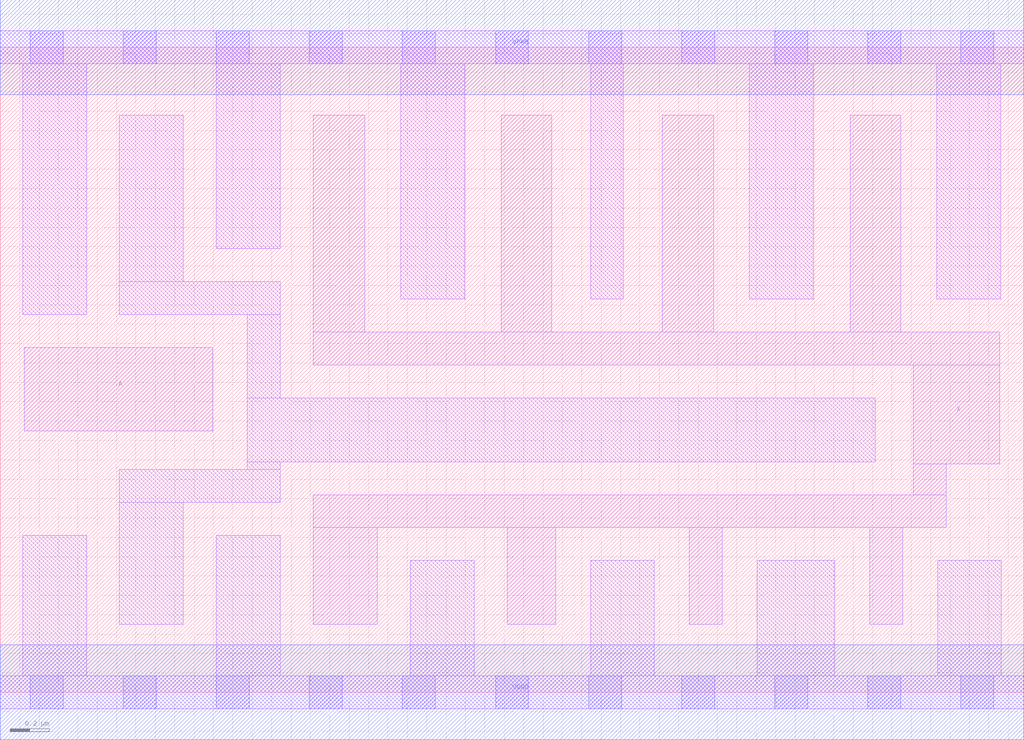
<source format=lef>
# Copyright 2020 The SkyWater PDK Authors
#
# Licensed under the Apache License, Version 2.0 (the "License");
# you may not use this file except in compliance with the License.
# You may obtain a copy of the License at
#
#     https://www.apache.org/licenses/LICENSE-2.0
#
# Unless required by applicable law or agreed to in writing, software
# distributed under the License is distributed on an "AS IS" BASIS,
# WITHOUT WARRANTIES OR CONDITIONS OF ANY KIND, either express or implied.
# See the License for the specific language governing permissions and
# limitations under the License.
#
# SPDX-License-Identifier: Apache-2.0

VERSION 5.7 ;
  NAMESCASESENSITIVE ON ;
  NOWIREEXTENSIONATPIN ON ;
  DIVIDERCHAR "/" ;
  BUSBITCHARS "[]" ;
UNITS
  DATABASE MICRONS 200 ;
END UNITS
MACRO sky130_fd_sc_hs__clkbuf_8
  CLASS CORE ;
  FOREIGN sky130_fd_sc_hs__clkbuf_8 ;
  ORIGIN  0.000000  0.000000 ;
  SIZE  5.280000 BY  3.330000 ;
  SYMMETRY X Y ;
  SITE unit ;
  PIN A
    ANTENNAGATEAREA  0.462000 ;
    DIRECTION INPUT ;
    USE SIGNAL ;
    PORT
      LAYER li1 ;
        RECT 0.125000 1.350000 1.095000 1.780000 ;
    END
  END A
  PIN X
    ANTENNADIFFAREA  1.841700 ;
    DIRECTION OUTPUT ;
    USE SIGNAL ;
    PORT
      LAYER li1 ;
        RECT 1.615000 0.350000 1.945000 0.850000 ;
        RECT 1.615000 0.850000 4.880000 1.020000 ;
        RECT 1.615000 1.690000 5.155000 1.860000 ;
        RECT 1.615000 1.860000 1.880000 2.980000 ;
        RECT 2.585000 1.860000 2.845000 2.980000 ;
        RECT 2.615000 0.350000 2.865000 0.850000 ;
        RECT 3.415000 1.860000 3.680000 2.980000 ;
        RECT 3.555000 0.350000 3.725000 0.850000 ;
        RECT 4.385000 1.860000 4.645000 2.980000 ;
        RECT 4.485000 0.350000 4.655000 0.850000 ;
        RECT 4.710000 1.020000 4.880000 1.180000 ;
        RECT 4.710000 1.180000 5.155000 1.690000 ;
    END
  END X
  PIN VGND
    DIRECTION INOUT ;
    USE GROUND ;
    PORT
      LAYER met1 ;
        RECT 0.000000 -0.245000 5.280000 0.245000 ;
    END
  END VGND
  PIN VPWR
    DIRECTION INOUT ;
    USE POWER ;
    PORT
      LAYER met1 ;
        RECT 0.000000 3.085000 5.280000 3.575000 ;
    END
  END VPWR
  OBS
    LAYER li1 ;
      RECT 0.000000 -0.085000 5.280000 0.085000 ;
      RECT 0.000000  3.245000 5.280000 3.415000 ;
      RECT 0.115000  0.085000 0.445000 0.810000 ;
      RECT 0.115000  1.950000 0.445000 3.245000 ;
      RECT 0.615000  0.350000 0.945000 0.980000 ;
      RECT 0.615000  0.980000 1.445000 1.150000 ;
      RECT 0.615000  1.950000 1.445000 2.120000 ;
      RECT 0.615000  2.120000 0.945000 2.980000 ;
      RECT 1.115000  0.085000 1.445000 0.810000 ;
      RECT 1.115000  2.290000 1.445000 3.245000 ;
      RECT 1.275000  1.150000 1.445000 1.190000 ;
      RECT 1.275000  1.190000 4.515000 1.520000 ;
      RECT 1.275000  1.520000 1.445000 1.950000 ;
      RECT 2.065000  2.030000 2.395000 3.245000 ;
      RECT 2.115000  0.085000 2.445000 0.680000 ;
      RECT 3.045000  0.085000 3.375000 0.680000 ;
      RECT 3.045000  2.030000 3.215000 3.245000 ;
      RECT 3.865000  2.030000 4.195000 3.245000 ;
      RECT 3.905000  0.085000 4.305000 0.680000 ;
      RECT 4.830000  2.030000 5.160000 3.245000 ;
      RECT 4.835000  0.085000 5.165000 0.680000 ;
    LAYER mcon ;
      RECT 0.155000 -0.085000 0.325000 0.085000 ;
      RECT 0.155000  3.245000 0.325000 3.415000 ;
      RECT 0.635000 -0.085000 0.805000 0.085000 ;
      RECT 0.635000  3.245000 0.805000 3.415000 ;
      RECT 1.115000 -0.085000 1.285000 0.085000 ;
      RECT 1.115000  3.245000 1.285000 3.415000 ;
      RECT 1.595000 -0.085000 1.765000 0.085000 ;
      RECT 1.595000  3.245000 1.765000 3.415000 ;
      RECT 2.075000 -0.085000 2.245000 0.085000 ;
      RECT 2.075000  3.245000 2.245000 3.415000 ;
      RECT 2.555000 -0.085000 2.725000 0.085000 ;
      RECT 2.555000  3.245000 2.725000 3.415000 ;
      RECT 3.035000 -0.085000 3.205000 0.085000 ;
      RECT 3.035000  3.245000 3.205000 3.415000 ;
      RECT 3.515000 -0.085000 3.685000 0.085000 ;
      RECT 3.515000  3.245000 3.685000 3.415000 ;
      RECT 3.995000 -0.085000 4.165000 0.085000 ;
      RECT 3.995000  3.245000 4.165000 3.415000 ;
      RECT 4.475000 -0.085000 4.645000 0.085000 ;
      RECT 4.475000  3.245000 4.645000 3.415000 ;
      RECT 4.955000 -0.085000 5.125000 0.085000 ;
      RECT 4.955000  3.245000 5.125000 3.415000 ;
  END
END sky130_fd_sc_hs__clkbuf_8
END LIBRARY

</source>
